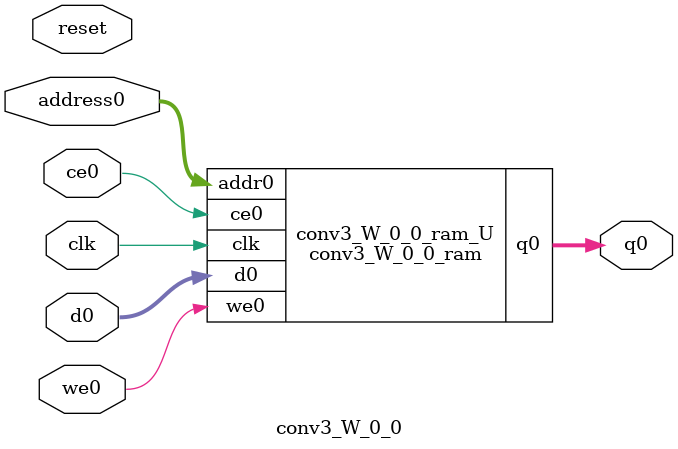
<source format=v>
`timescale 1 ns / 1 ps
module conv3_W_0_0_ram (addr0, ce0, d0, we0, q0,  clk);

parameter DWIDTH = 32;
parameter AWIDTH = 4;
parameter MEM_SIZE = 9;

input[AWIDTH-1:0] addr0;
input ce0;
input[DWIDTH-1:0] d0;
input we0;
output reg[DWIDTH-1:0] q0;
input clk;

(* ram_style = "distributed" *)reg [DWIDTH-1:0] ram[0:MEM_SIZE-1];




always @(posedge clk)  
begin 
    if (ce0) 
    begin
        if (we0) 
        begin 
            ram[addr0] <= d0; 
        end 
        q0 <= ram[addr0];
    end
end


endmodule

`timescale 1 ns / 1 ps
module conv3_W_0_0(
    reset,
    clk,
    address0,
    ce0,
    we0,
    d0,
    q0);

parameter DataWidth = 32'd32;
parameter AddressRange = 32'd9;
parameter AddressWidth = 32'd4;
input reset;
input clk;
input[AddressWidth - 1:0] address0;
input ce0;
input we0;
input[DataWidth - 1:0] d0;
output[DataWidth - 1:0] q0;



conv3_W_0_0_ram conv3_W_0_0_ram_U(
    .clk( clk ),
    .addr0( address0 ),
    .ce0( ce0 ),
    .we0( we0 ),
    .d0( d0 ),
    .q0( q0 ));

endmodule


</source>
